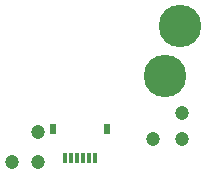
<source format=gbs>
G04*
G04 #@! TF.GenerationSoftware,Altium Limited,Altium Designer,23.10.1 (27)*
G04*
G04 Layer_Color=16711935*
%FSLAX25Y25*%
%MOIN*%
G70*
G04*
G04 #@! TF.SameCoordinates,51DF8756-C7FE-4A26-B6EC-ED2339CC954E*
G04*
G04*
G04 #@! TF.FilePolarity,Negative*
G04*
G01*
G75*
%ADD19R,0.02126X0.03701*%
%ADD20R,0.01732X0.03701*%
%ADD22C,0.04737*%
%ADD23C,0.14173*%
D19*
X-212598Y26378D02*
D03*
X-194882D02*
D03*
D20*
X-200787Y16535D02*
D03*
X-202756D02*
D03*
X-204724D02*
D03*
X-198819D02*
D03*
X-206693D02*
D03*
X-208661D02*
D03*
D22*
X-226378Y15354D02*
D03*
X-217717D02*
D03*
Y25197D02*
D03*
X-179528Y22835D02*
D03*
X-169685Y22835D02*
D03*
Y31496D02*
D03*
D23*
X-175394Y44094D02*
D03*
X-170374Y60728D02*
D03*
M02*

</source>
